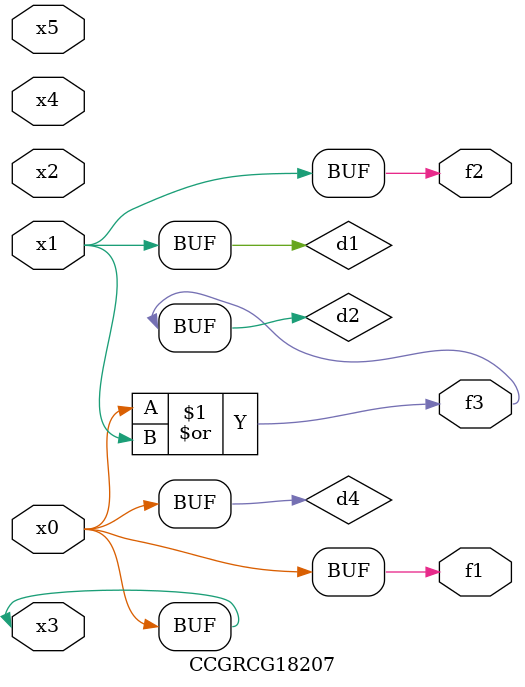
<source format=v>
module CCGRCG18207(
	input x0, x1, x2, x3, x4, x5,
	output f1, f2, f3
);

	wire d1, d2, d3, d4;

	and (d1, x1);
	or (d2, x0, x1);
	nand (d3, x0, x5);
	buf (d4, x0, x3);
	assign f1 = d4;
	assign f2 = d1;
	assign f3 = d2;
endmodule

</source>
